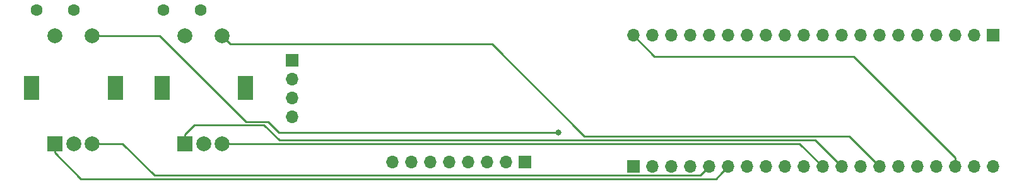
<source format=gbr>
G04 #@! TF.GenerationSoftware,KiCad,Pcbnew,(5.1.5)-3*
G04 #@! TF.CreationDate,2020-11-18T18:17:57+13:00*
G04 #@! TF.ProjectId,MidiControllerV1,4d696469-436f-46e7-9472-6f6c6c657256,rev?*
G04 #@! TF.SameCoordinates,Original*
G04 #@! TF.FileFunction,Copper,L2,Bot*
G04 #@! TF.FilePolarity,Positive*
%FSLAX46Y46*%
G04 Gerber Fmt 4.6, Leading zero omitted, Abs format (unit mm)*
G04 Created by KiCad (PCBNEW (5.1.5)-3) date 2020-11-18 18:17:57*
%MOMM*%
%LPD*%
G04 APERTURE LIST*
%ADD10C,2.000000*%
%ADD11R,2.000000X3.200000*%
%ADD12R,2.000000X2.000000*%
%ADD13O,1.700000X1.700000*%
%ADD14R,1.700000X1.700000*%
%ADD15C,1.600000*%
%ADD16C,0.800000*%
%ADD17C,0.250000*%
G04 APERTURE END LIST*
D10*
X30440000Y-25000000D03*
X25440000Y-25000000D03*
D11*
X33540000Y-32000000D03*
X22340000Y-32000000D03*
D10*
X30440000Y-39500000D03*
X27940000Y-39500000D03*
D12*
X25440000Y-39500000D03*
D13*
X103040000Y-24900000D03*
X105580000Y-24900000D03*
X108120000Y-24900000D03*
X110660000Y-24900000D03*
X113200000Y-24900000D03*
X115740000Y-24900000D03*
X118280000Y-24900000D03*
X120820000Y-24900000D03*
X123360000Y-24900000D03*
X125900000Y-24900000D03*
X128440000Y-24900000D03*
X130980000Y-24900000D03*
X133520000Y-24900000D03*
X136060000Y-24900000D03*
X138600000Y-24900000D03*
X141140000Y-24900000D03*
X143680000Y-24900000D03*
X146220000Y-24900000D03*
X148760000Y-24900000D03*
D14*
X151300000Y-24900000D03*
D15*
X40000000Y-21500000D03*
X45000000Y-21500000D03*
X23000000Y-21500000D03*
X28000000Y-21500000D03*
D13*
X70720000Y-42000000D03*
X73260000Y-42000000D03*
X75800000Y-42000000D03*
X78340000Y-42000000D03*
X80880000Y-42000000D03*
X83420000Y-42000000D03*
X85960000Y-42000000D03*
D14*
X88500000Y-42000000D03*
X57300000Y-28270000D03*
D13*
X57300000Y-30810000D03*
X57300000Y-33350000D03*
X57300000Y-35890000D03*
D14*
X103080000Y-42610000D03*
D13*
X105620000Y-42610000D03*
X108160000Y-42610000D03*
X110700000Y-42610000D03*
X113240000Y-42610000D03*
X115780000Y-42610000D03*
X118320000Y-42610000D03*
X120860000Y-42610000D03*
X123400000Y-42610000D03*
X125940000Y-42610000D03*
X128480000Y-42610000D03*
X131020000Y-42610000D03*
X133560000Y-42610000D03*
X136100000Y-42610000D03*
X138640000Y-42610000D03*
X141180000Y-42610000D03*
X143720000Y-42610000D03*
X146260000Y-42610000D03*
X148800000Y-42610000D03*
X151340000Y-42610000D03*
D10*
X47900000Y-24995000D03*
X42900000Y-24995000D03*
D11*
X51000000Y-31995000D03*
X39800000Y-31995000D03*
D10*
X47900000Y-39495000D03*
X45400000Y-39495000D03*
D12*
X42900000Y-39495000D03*
D16*
X93000000Y-38000000D03*
D17*
X146260000Y-41407919D02*
X132582081Y-27730000D01*
X146260000Y-42610000D02*
X146260000Y-41407919D01*
X105870000Y-27730000D02*
X103040000Y-24900000D01*
X132582081Y-27730000D02*
X105870000Y-27730000D01*
X30440000Y-25000000D02*
X39500000Y-25000000D01*
X51049990Y-36549990D02*
X54049990Y-36549990D01*
X39500000Y-25000000D02*
X51049990Y-36549990D01*
X55500000Y-38000000D02*
X54049990Y-36549990D01*
X93000000Y-38000000D02*
X55500000Y-38000000D01*
X112390001Y-43459999D02*
X113240000Y-42610000D01*
X112064999Y-43785001D02*
X112390001Y-43459999D01*
X38785001Y-43785001D02*
X112064999Y-43785001D01*
X34500000Y-39500000D02*
X38785001Y-43785001D01*
X30440000Y-39500000D02*
X34500000Y-39500000D01*
X114930001Y-43459999D02*
X115780000Y-42610000D01*
X114154990Y-44235010D02*
X114930001Y-43459999D01*
X25440000Y-40750000D02*
X28925010Y-44235010D01*
X28925010Y-44235010D02*
X114154990Y-44235010D01*
X25440000Y-39500000D02*
X25440000Y-40750000D01*
X125365000Y-39495000D02*
X128480000Y-42610000D01*
X47900000Y-39495000D02*
X125365000Y-39495000D01*
X42900000Y-38245000D02*
X44145000Y-37000000D01*
X42900000Y-39495000D02*
X42900000Y-38245000D01*
X44145000Y-37000000D02*
X53500000Y-37000000D01*
X130170001Y-41760001D02*
X131020000Y-42610000D01*
X127454990Y-39044990D02*
X130170001Y-41760001D01*
X55544990Y-39044990D02*
X127454990Y-39044990D01*
X53500000Y-37000000D02*
X55544990Y-39044990D01*
X48980001Y-26075001D02*
X84075001Y-26075001D01*
X47900000Y-24995000D02*
X48980001Y-26075001D01*
X84075001Y-26075001D02*
X96500000Y-38500000D01*
X131990000Y-38500000D02*
X136100000Y-42610000D01*
X96500000Y-38500000D02*
X131990000Y-38500000D01*
M02*

</source>
